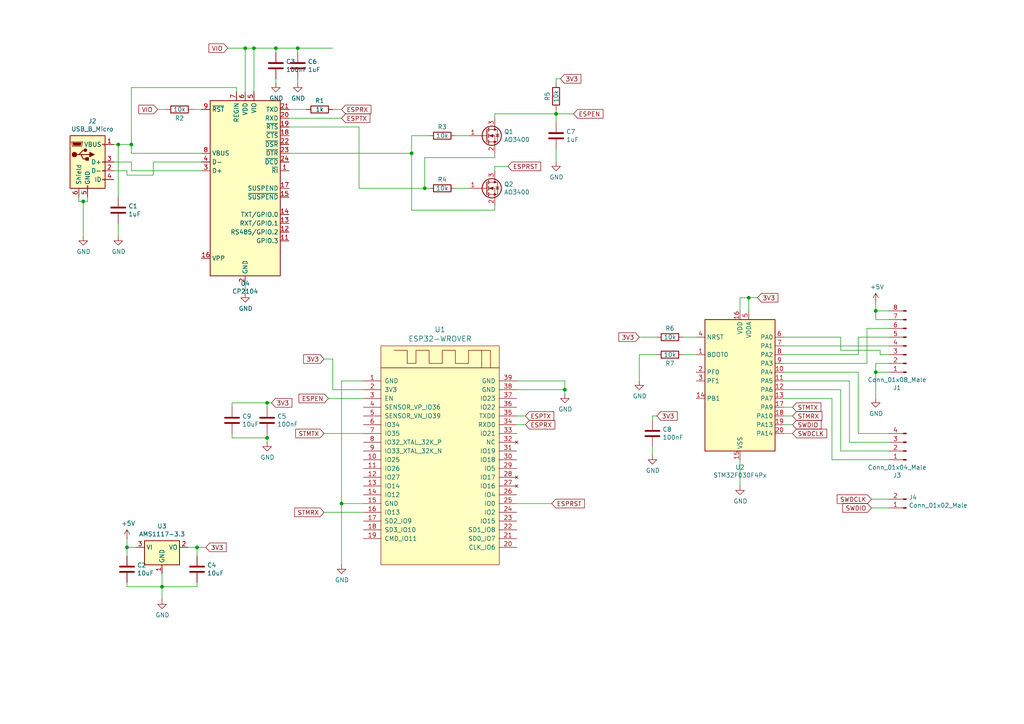
<source format=kicad_sch>
(kicad_sch (version 20250114) (generator "eeschema") (generator_version "9.0")
  (paper "A4")
  (lib_symbols
    (symbol "Connector:Conn_01x02_Pin" (pin_names (offset 1.016) (hide yes))
      (property "Reference" "J" (at 0 2.54 0))
      (property "Value" "Conn_01x02_Pin" (at 0 -5.08 0))
      (symbol "Conn_01x02_Pin_1_1"
        (rectangle (start 0.8636 0.127) (end 0 -0.127) (stroke (width 0.1524)) (fill (type outline)))
        (rectangle (start 0.8636 -2.413) (end 0 -2.667) (stroke (width 0.1524)) (fill (type outline)))
        (polyline (pts (xy 1.27 0) (xy 0.8636 0)) (stroke (width 0.1524)))
        (polyline (pts (xy 1.27 -2.54) (xy 0.8636 -2.54)) (stroke (width 0.1524)))
        (pin passive line (at 5.08 0 180) (length 3.81) (name "Pin_1") (number "1"))
        (pin passive line (at 5.08 -2.54 180) (length 3.81) (name "Pin_2") (number "2"))
      )
    )
    (symbol "Connector:Conn_01x04_Pin" (pin_names (offset 1.016) (hide yes))
      (property "Reference" "J" (at 0 5.08 0))
      (property "Value" "Conn_01x04_Pin" (at 0 -7.62 0))
      (symbol "Conn_01x04_Pin_1_1"
        (rectangle (start 0.8636 2.667) (end 0 2.413) (stroke (width 0.1524)) (fill (type outline)))
        (rectangle (start 0.8636 0.127) (end 0 -0.127) (stroke (width 0.1524)) (fill (type outline)))
        (rectangle (start 0.8636 -2.413) (end 0 -2.667) (stroke (width 0.1524)) (fill (type outline)))
        (rectangle (start 0.8636 -4.953) (end 0 -5.207) (stroke (width 0.1524)) (fill (type outline)))
        (polyline (pts (xy 1.27 2.54) (xy 0.8636 2.54)) (stroke (width 0.1524)))
        (polyline (pts (xy 1.27 0) (xy 0.8636 0)) (stroke (width 0.1524)))
        (polyline (pts (xy 1.27 -2.54) (xy 0.8636 -2.54)) (stroke (width 0.1524)))
        (polyline (pts (xy 1.27 -5.08) (xy 0.8636 -5.08)) (stroke (width 0.1524)))
        (pin passive line (at 5.08 2.54 180) (length 3.81) (name "Pin_1") (number "1"))
        (pin passive line (at 5.08 0 180) (length 3.81) (name "Pin_2") (number "2"))
        (pin passive line (at 5.08 -2.54 180) (length 3.81) (name "Pin_3") (number "3"))
        (pin passive line (at 5.08 -5.08 180) (length 3.81) (name "Pin_4") (number "4"))
      )
    )
    (symbol "Connector:Conn_01x08_Pin" (pin_names (offset 1.016) (hide yes))
      (property "Reference" "J" (at 0 10.16 0))
      (property "Value" "Conn_01x08_Pin" (at 0 -12.7 0))
      (symbol "Conn_01x08_Pin_1_1"
        (rectangle (start 0.8636 7.747) (end 0 7.493) (stroke (width 0.1524)) (fill (type outline)))
        (rectangle (start 0.8636 5.207) (end 0 4.953) (stroke (width 0.1524)) (fill (type outline)))
        (rectangle (start 0.8636 2.667) (end 0 2.413) (stroke (width 0.1524)) (fill (type outline)))
        (rectangle (start 0.8636 0.127) (end 0 -0.127) (stroke (width 0.1524)) (fill (type outline)))
        (rectangle (start 0.8636 -2.413) (end 0 -2.667) (stroke (width 0.1524)) (fill (type outline)))
        (rectangle (start 0.8636 -4.953) (end 0 -5.207) (stroke (width 0.1524)) (fill (type outline)))
        (rectangle (start 0.8636 -7.493) (end 0 -7.747) (stroke (width 0.1524)) (fill (type outline)))
        (rectangle (start 0.8636 -10.033) (end 0 -10.287) (stroke (width 0.1524)) (fill (type outline)))
        (polyline (pts (xy 1.27 7.62) (xy 0.8636 7.62)) (stroke (width 0.1524)))
        (polyline (pts (xy 1.27 5.08) (xy 0.8636 5.08)) (stroke (width 0.1524)))
        (polyline (pts (xy 1.27 2.54) (xy 0.8636 2.54)) (stroke (width 0.1524)))
        (polyline (pts (xy 1.27 0) (xy 0.8636 0)) (stroke (width 0.1524)))
        (polyline (pts (xy 1.27 -2.54) (xy 0.8636 -2.54)) (stroke (width 0.1524)))
        (polyline (pts (xy 1.27 -5.08) (xy 0.8636 -5.08)) (stroke (width 0.1524)))
        (polyline (pts (xy 1.27 -7.62) (xy 0.8636 -7.62)) (stroke (width 0.1524)))
        (polyline (pts (xy 1.27 -10.16) (xy 0.8636 -10.16)) (stroke (width 0.1524)))
        (pin passive line (at 5.08 7.62 180) (length 3.81) (name "Pin_1") (number "1"))
        (pin passive line (at 5.08 5.08 180) (length 3.81) (name "Pin_2") (number "2"))
        (pin passive line (at 5.08 2.54 180) (length 3.81) (name "Pin_3") (number "3"))
        (pin passive line (at 5.08 0 180) (length 3.81) (name "Pin_4") (number "4"))
        (pin passive line (at 5.08 -2.54 180) (length 3.81) (name "Pin_5") (number "5"))
        (pin passive line (at 5.08 -5.08 180) (length 3.81) (name "Pin_6") (number "6"))
        (pin passive line (at 5.08 -7.62 180) (length 3.81) (name "Pin_7") (number "7"))
        (pin passive line (at 5.08 -10.16 180) (length 3.81) (name "Pin_8") (number "8"))
      )
    )
    (symbol "Connector:USB_B_Micro" (pin_names (offset 1.016))
      (property "Reference" "J" (at -5.08 11.43 0))
      (property "Value" "USB_B_Micro" (at -5.08 8.89 0))
      (symbol "USB_B_Micro_0_1"
        (rectangle (start -5.08 -7.62) (end 5.08 7.62) (stroke (width 0.254)) (fill (type background)))
        (polyline (pts (xy -4.699 5.842) (xy -4.699 5.588) (xy -4.445 4.826) (xy -4.445 4.572) (xy -1.651 4.572) (xy -1.651 4.826) (xy -1.397 5.588) (xy -1.397 5.842) (xy -4.699 5.842)))
        (polyline (pts (xy -4.318 5.588) (xy -1.778 5.588) (xy -2.032 4.826) (xy -4.064 4.826) (xy -4.318 5.588)) (fill (type outline)))
        (circle (center -3.81 2.159) (radius 0.635) (stroke (width 0.254)) (fill (type outline)))
        (polyline (pts (xy -3.175 2.159) (xy -2.54 2.159) (xy -1.27 3.429) (xy -0.635 3.429)) (stroke (width 0.254)))
        (polyline (pts (xy -2.54 2.159) (xy -1.905 2.159) (xy -1.27 0.889) (xy 0 0.889)) (stroke (width 0.254)))
        (polyline (pts (xy -1.905 2.159) (xy 0.635 2.159)) (stroke (width 0.254)))
        (circle (center -0.635 3.429) (radius 0.381) (stroke (width 0.254)) (fill (type outline)))
        (rectangle (start -0.127 -7.62) (end 0.127 -6.858))
        (rectangle (start 0.254 1.27) (end -0.508 0.508) (stroke (width 0.254)) (fill (type outline)))
        (polyline (pts (xy 0.635 2.794) (xy 0.635 1.524) (xy 1.905 2.159) (xy 0.635 2.794)) (stroke (width 0.254)) (fill (type outline)))
        (rectangle (start 5.08 4.953) (end 4.318 5.207))
        (rectangle (start 5.08 -0.127) (end 4.318 0.127))
        (rectangle (start 5.08 -2.667) (end 4.318 -2.413))
        (rectangle (start 5.08 -5.207) (end 4.318 -4.953))
      )
      (symbol "USB_B_Micro_1_1"
        (pin passive line (at -2.54 -10.16 90) (length 2.54) (name "Shield") (number "6"))
        (pin power_out line (at 0 -10.16 90) (length 2.54) (name "GND") (number "5"))
        (pin power_out line (at 7.62 5.08 180) (length 2.54) (name "VBUS") (number "1"))
        (pin bidirectional line (at 7.62 0 180) (length 2.54) (name "D+") (number "3"))
        (pin bidirectional line (at 7.62 -2.54 180) (length 2.54) (name "D-") (number "2"))
        (pin passive line (at 7.62 -5.08 180) (length 2.54) (name "ID") (number "4"))
      )
    )
    (symbol "Device:C" (pin_numbers (hide yes)) (pin_names (offset 0.254))
      (property "Reference" "C" (at 0.635 2.54 0))
      (property "Value" "C" (at 0.635 -2.54 0))
      (symbol "C_0_1"
        (polyline (pts (xy -2.032 0.762) (xy 2.032 0.762)) (stroke (width 0.508)))
        (polyline (pts (xy -2.032 -0.762) (xy 2.032 -0.762)) (stroke (width 0.508)))
      )
      (symbol "C_1_1"
        (pin passive line (at 0 3.81 270) (length 2.794) (name "~") (number "1"))
        (pin passive line (at 0 -3.81 90) (length 2.794) (name "~") (number "2"))
      )
    )
    (symbol "Device:R" (pin_numbers (hide yes)) (pin_names (offset 0))
      (property "Reference" "R" (at 2.032 0 90))
      (property "Value" "R" (at 0 0 90))
      (symbol "R_0_1"
        (rectangle (start -1.016 -2.54) (end 1.016 2.54) (stroke (width 0.254)))
      )
      (symbol "R_1_1"
        (pin passive line (at 0 3.81 270) (length 1.27) (name "~") (number "1"))
        (pin passive line (at 0 -3.81 90) (length 1.27) (name "~") (number "2"))
      )
    )
    (symbol "Interface_USB:CP2104"
      (property "Reference" "U" (at -5.08 28.575 0))
      (property "Value" "CP2104" (at -5.08 26.67 0))
      (symbol "CP2104_1_1"
        (rectangle (start -10.16 25.4) (end 10.16 -25.4) (stroke (width 0.254)) (fill (type background)))
        (pin bidirectional line (at -12.7 22.86 0) (length 2.54) (name "~{RST}") (number "9"))
        (pin input line (at -12.7 10.16 0) (length 2.54) (name "VBUS") (number "8"))
        (pin bidirectional line (at -12.7 7.62 0) (length 2.54) (name "D-") (number "4"))
        (pin bidirectional line (at -12.7 5.08 0) (length 2.54) (name "D+") (number "3"))
        (pin passive line (at -12.7 -20.32 0) (length 2.54) (name "VPP") (number "16"))
        (pin power_in line (at -2.54 27.94 270) (length 2.54) (name "REGIN") (number "7"))
        (pin power_in line (at 0 27.94 270) (length 2.54) (name "VDD") (number "6"))
        (pin power_in line (at 0 -27.94 90) (length 2.54) (name "GND") (number "2"))
        (pin passive line (at 0 -27.94 90) (length 2.54) (hide yes) (name "GND") (number "25"))
        (pin power_in line (at 2.54 27.94 270) (length 2.54) (name "VIO") (number "5"))
        (pin no_connect line (at 10.16 -20.32 180) (length 2.54) (hide yes) (name "NC") (number "10"))
        (pin output line (at 12.7 22.86 180) (length 2.54) (name "TXD") (number "21"))
        (pin input line (at 12.7 20.32 180) (length 2.54) (name "RXD") (number "20"))
        (pin output line (at 12.7 17.78 180) (length 2.54) (name "~{RTS}") (number "19"))
        (pin input line (at 12.7 15.24 180) (length 2.54) (name "~{CTS}") (number "18"))
        (pin input line (at 12.7 12.7 180) (length 2.54) (name "~{DSR}") (number "22"))
        (pin output line (at 12.7 10.16 180) (length 2.54) (name "~{DTR}") (number "23"))
        (pin input line (at 12.7 7.62 180) (length 2.54) (name "~{DCD}") (number "24"))
        (pin input line (at 12.7 5.08 180) (length 2.54) (name "~{RI}") (number "1"))
        (pin output line (at 12.7 0 180) (length 2.54) (name "SUSPEND") (number "17"))
        (pin output line (at 12.7 -2.54 180) (length 2.54) (name "~{SUSPEND}") (number "15"))
        (pin bidirectional line (at 12.7 -7.62 180) (length 2.54) (name "TXT/GPIO.0") (number "14"))
        (pin bidirectional line (at 12.7 -10.16 180) (length 2.54) (name "RXT/GPIO.1") (number "13"))
        (pin bidirectional line (at 12.7 -12.7 180) (length 2.54) (name "RS485/GPIO.2") (number "12"))
        (pin bidirectional line (at 12.7 -15.24 180) (length 2.54) (name "GPIO.3") (number "11"))
      )
    )
    (symbol "MCU_ST_STM32F0:STM32F030F4Px"
      (property "Reference" "U" (at -10.16 21.59 0))
      (property "Value" "STM32F030F4Px" (at 5.08 21.59 0))
      (symbol "STM32F030F4Px_0_1"
        (rectangle (start -10.16 -17.78) (end 10.16 20.32) (stroke (width 0.254)) (fill (type background)))
      )
      (symbol "STM32F030F4Px_1_1"
        (pin input line (at -12.7 15.24 0) (length 2.54) (name "NRST") (number "4"))
        (pin input line (at -12.7 10.16 0) (length 2.54) (name "BOOT0") (number "1"))
        (pin bidirectional line (at -12.7 5.08 0) (length 2.54) (name "PF0") (number "2"))
        (pin bidirectional line (at -12.7 2.54 0) (length 2.54) (name "PF1") (number "3"))
        (pin bidirectional line (at -12.7 -2.54 0) (length 2.54) (name "PB1") (number "14"))
        (pin power_in line (at 0 22.86 270) (length 2.54) (name "VDD") (number "16"))
        (pin power_in line (at 0 -20.32 90) (length 2.54) (name "VSS") (number "15"))
        (pin power_in line (at 2.54 22.86 270) (length 2.54) (name "VDDA") (number "5"))
        (pin bidirectional line (at 12.7 15.24 180) (length 2.54) (name "PA0") (number "6"))
        (pin bidirectional line (at 12.7 12.7 180) (length 2.54) (name "PA1") (number "7"))
        (pin bidirectional line (at 12.7 10.16 180) (length 2.54) (name "PA2") (number "8"))
        (pin bidirectional line (at 12.7 7.62 180) (length 2.54) (name "PA3") (number "9"))
        (pin bidirectional line (at 12.7 5.08 180) (length 2.54) (name "PA4") (number "10"))
        (pin bidirectional line (at 12.7 2.54 180) (length 2.54) (name "PA5") (number "11"))
        (pin bidirectional line (at 12.7 0 180) (length 2.54) (name "PA6") (number "12"))
        (pin bidirectional line (at 12.7 -2.54 180) (length 2.54) (name "PA7") (number "13"))
        (pin bidirectional line (at 12.7 -5.08 180) (length 2.54) (name "PA9") (number "17"))
        (pin bidirectional line (at 12.7 -7.62 180) (length 2.54) (name "PA10") (number "18"))
        (pin bidirectional line (at 12.7 -10.16 180) (length 2.54) (name "PA13") (number "19"))
        (pin bidirectional line (at 12.7 -12.7 180) (length 2.54) (name "PA14") (number "20"))
      )
    )
    (symbol "Regulator_Linear:AMS1117-3.3"
      (property "Reference" "U" (at -3.81 3.175 0))
      (property "Value" "AMS1117-3.3" (at 0 3.175 0))
      (symbol "AMS1117-3.3_0_1"
        (rectangle (start -5.08 -5.08) (end 5.08 1.905) (stroke (width 0.254)) (fill (type background)))
      )
      (symbol "AMS1117-3.3_1_1"
        (pin power_in line (at -7.62 0 0) (length 2.54) (name "VI") (number "3"))
        (pin power_in line (at 0 -7.62 90) (length 2.54) (name "GND") (number "1"))
        (pin power_out line (at 7.62 0 180) (length 2.54) (name "VO") (number "2"))
      )
    )
    (symbol "Transistor_FET:BSS138" (pin_names (hide yes))
      (property "Reference" "Q" (at 5.08 1.905 0))
      (property "Value" "BSS138" (at 5.08 0 0))
      (symbol "BSS138_0_1"
        (polyline (pts (xy 0.254 1.905) (xy 0.254 -1.905)) (stroke (width 0.254)))
        (polyline (pts (xy 0.254 0) (xy -2.54 0)))
        (polyline (pts (xy 0.762 2.286) (xy 0.762 1.27)) (stroke (width 0.254)))
        (polyline (pts (xy 0.762 0.508) (xy 0.762 -0.508)) (stroke (width 0.254)))
        (polyline (pts (xy 0.762 -1.27) (xy 0.762 -2.286)) (stroke (width 0.254)))
        (polyline (pts (xy 0.762 -1.778) (xy 3.302 -1.778) (xy 3.302 1.778) (xy 0.762 1.778)))
        (polyline (pts (xy 1.016 0) (xy 2.032 0.381) (xy 2.032 -0.381) (xy 1.016 0)) (fill (type outline)))
        (circle (center 1.651 0) (radius 2.794) (stroke (width 0.254)))
        (polyline (pts (xy 2.54 2.54) (xy 2.54 1.778)))
        (circle (center 2.54 1.778) (radius 0.254) (fill (type outline)))
        (circle (center 2.54 -1.778) (radius 0.254) (fill (type outline)))
        (polyline (pts (xy 2.54 -2.54) (xy 2.54 0) (xy 0.762 0)))
        (polyline (pts (xy 2.794 0.508) (xy 2.921 0.381) (xy 3.683 0.381) (xy 3.81 0.254)))
        (polyline (pts (xy 3.302 0.381) (xy 2.921 -0.254) (xy 3.683 -0.254) (xy 3.302 0.381)))
      )
      (symbol "BSS138_1_1"
        (pin input line (at -5.08 0 0) (length 2.54) (name "G") (number "1"))
        (pin passive line (at 2.54 5.08 270) (length 2.54) (name "D") (number "3"))
        (pin passive line (at 2.54 -5.08 90) (length 2.54) (name "S") (number "2"))
      )
    )
    (symbol "esp32-wrover:ESP32-WROVER" (pin_names (offset 1.016))
      (property "Reference" "U" (at -15.24 -33.02 0))
      (property "Value" "ESP32-WROVER" (at 6.35 -33.02 0))
      (symbol "ESP32-WROVER_0_1"
        (rectangle (start -17.78 29.21) (end 16.51 22.86) (fill (type background)))
        (rectangle (start -17.78 22.86) (end 16.51 -34.29) (fill (type background)))
        (polyline (pts (xy -13.97 27.94) (xy -10.16 27.94) (xy -10.16 24.13) (xy -7.62 24.13) (xy -7.62 27.94) (xy -3.81 27.94) (xy -3.81 24.13) (xy 0 24.13) (xy 0 27.94) (xy 3.81 27.94) (xy 3.81 24.13) (xy 7.62 24.13) (xy 7.62 27.94) (xy 11.43 27.94) (xy 11.43 22.86)))
        (polyline (pts (xy 11.43 27.94) (xy 13.97 27.94) (xy 13.97 22.86)))
      )
      (symbol "ESP32-WROVER_1_1"
        (pin power_in line (at -22.86 19.05 0) (length 5.08) (name "GND") (number "1"))
        (pin power_in line (at -22.86 16.51 0) (length 5.08) (name "3V3") (number "2"))
        (pin input line (at -22.86 13.97 0) (length 5.08) (name "EN") (number "3"))
        (pin input line (at -22.86 11.43 0) (length 5.08) (name "SENSOR_VP_IO36") (number "4"))
        (pin input line (at -22.86 8.89 0) (length 5.08) (name "SENSOR_VN_IO39") (number "5"))
        (pin input line (at -22.86 6.35 0) (length 5.08) (name "IO34") (number "6"))
        (pin input line (at -22.86 3.81 0) (length 5.08) (name "IO35") (number "7"))
        (pin bidirectional line (at -22.86 1.27 0) (length 5.08) (name "IO32_XTAL_32K_P") (number "8"))
        (pin bidirectional line (at -22.86 -1.27 0) (length 5.08) (name "IO33_XTAL_32K_N") (number "9"))
        (pin bidirectional line (at -22.86 -3.81 0) (length 5.08) (name "IO25") (number "10"))
        (pin bidirectional line (at -22.86 -6.35 0) (length 5.08) (name "IO26") (number "11"))
        (pin bidirectional line (at -22.86 -8.89 0) (length 5.08) (name "IO27") (number "12"))
        (pin bidirectional line (at -22.86 -11.43 0) (length 5.08) (name "IO14") (number "13"))
        (pin bidirectional line (at -22.86 -13.97 0) (length 5.08) (name "IO12") (number "14"))
        (pin power_in line (at -22.86 -16.51 0) (length 5.08) (name "GND") (number "15"))
        (pin bidirectional line (at -22.86 -19.05 0) (length 5.08) (name "IO13") (number "16"))
        (pin bidirectional line (at -22.86 -21.59 0) (length 5.08) (name "SD2_IO9") (number "17"))
        (pin bidirectional line (at -22.86 -24.13 0) (length 5.08) (name "SD3_IO10") (number "18"))
        (pin bidirectional line (at -22.86 -26.67 0) (length 5.08) (name "CMD_IO11") (number "19"))
        (pin power_in line (at 21.59 19.05 180) (length 5.08) (name "GND") (number "39"))
        (pin power_in line (at 21.59 16.51 180) (length 5.08) (name "GND") (number "38"))
        (pin bidirectional line (at 21.59 13.97 180) (length 5.08) (name "IO23") (number "37"))
        (pin bidirectional line (at 21.59 11.43 180) (length 5.08) (name "IO22") (number "36"))
        (pin output line (at 21.59 8.89 180) (length 5.08) (name "TXD0") (number "35"))
        (pin input line (at 21.59 6.35 180) (length 5.08) (name "RXD0") (number "34"))
        (pin bidirectional line (at 21.59 3.81 180) (length 5.08) (name "IO21") (number "33"))
        (pin no_connect line (at 21.59 1.27 180) (length 5.08) (name "NC") (number "32"))
        (pin bidirectional line (at 21.59 -1.27 180) (length 5.08) (name "IO19") (number "31"))
        (pin bidirectional line (at 21.59 -3.81 180) (length 5.08) (name "IO18") (number "30"))
        (pin bidirectional line (at 21.59 -6.35 180) (length 5.08) (name "IO5") (number "29"))
        (pin no_connect line (at 21.59 -8.89 180) (length 5.08) (name "IO17") (number "28"))
        (pin no_connect line (at 21.59 -11.43 180) (length 5.08) (name "IO16") (number "27"))
        (pin bidirectional line (at 21.59 -13.97 180) (length 5.08) (name "IO4") (number "26"))
        (pin bidirectional line (at 21.59 -16.51 180) (length 5.08) (name "IO0") (number "25"))
        (pin bidirectional line (at 21.59 -19.05 180) (length 5.08) (name "IO2") (number "24"))
        (pin bidirectional line (at 21.59 -21.59 180) (length 5.08) (name "IO15") (number "23"))
        (pin bidirectional line (at 21.59 -24.13 180) (length 5.08) (name "SD1_IO8") (number "22"))
        (pin bidirectional line (at 21.59 -26.67 180) (length 5.08) (name "SD0_IO7") (number "21"))
        (pin bidirectional line (at 21.59 -29.21 180) (length 5.08) (name "CLK_IO6") (number "20"))
      )
    )
    (symbol "power:+5V" (power) (pin_numbers (hide yes)) (pin_names (offset 0) (hide yes))
      (property "Value" "+5V" (at 0 3.556 0))
      (symbol "+5V_0_1"
        (polyline (pts (xy -0.762 1.27) (xy 0 2.54)))
        (polyline (pts (xy 0 2.54) (xy 0.762 1.27)))
        (polyline (pts (xy 0 0) (xy 0 2.54)))
      )
      (symbol "+5V_1_1"
        (pin power_in line (at 0 0 90) (length 0) (name "~") (number "1"))
      )
    )
    (symbol "power:GND" (power) (pin_numbers (hide yes)) (pin_names (offset 0) (hide yes))
      (property "Value" "GND" (at 0 -3.81 0))
      (symbol "GND_0_1"
        (polyline (pts (xy 0 0) (xy 0 -1.27) (xy 1.27 -1.27) (xy 0 -2.54) (xy -1.27 -1.27) (xy 0 -1.27)))
      )
      (symbol "GND_1_1"
        (pin power_in line (at 0 0 270) (length 0) (name "~") (number "1"))
      )
    )
  )
  (junction (at 73.66 13.97))
  (junction (at 86.36 13.97))
  (junction (at 217.17 86.36))
  (junction (at 77.47 127))
  (junction (at 163.83 113.03))
  (junction (at 99.06 146.05))
  (junction (at 57.15 158.75))
  (junction (at 119.38 44.45))
  (junction (at 254 107.95))
  (junction (at 77.47 116.84))
  (junction (at 24.13 58.42))
  (junction (at 36.83 158.75))
  (junction (at 254 90.17))
  (junction (at 80.01 13.97))
  (junction (at 34.29 41.91))
  (junction (at 71.12 13.97))
  (junction (at 38.1 41.91))
  (junction (at 46.99 170.18))
  (junction (at 123.19 54.61))
  (junction (at 161.29 33.02))
  (wire (pts (xy 241.3 133.35) (xy 257.81 133.35)))
  (wire (pts (xy 190.5 102.87) (xy 185.42 102.87)))
  (wire (pts (xy 48.26 31.75) (xy 45.72 31.75)))
  (wire (pts (xy 254 115.57) (xy 254 107.95)))
  (wire (pts (xy 163.83 113.03) (xy 163.83 114.3)))
  (wire (pts (xy 189.23 129.54) (xy 189.23 132.08)))
  (wire (pts (xy 71.12 82.55) (xy 71.12 85.09)))
  (wire (pts (xy 54.61 158.75) (xy 57.15 158.75)))
  (wire (pts (xy 88.9 31.75) (xy 83.82 31.75)))
  (wire (pts (xy 185.42 110.49) (xy 185.42 102.87)))
  (wire (pts (xy 255.27 102.87) (xy 257.81 102.87)))
  (wire (pts (xy 229.87 120.65) (xy 227.33 120.65)))
  (wire (pts (xy 190.5 97.79) (xy 185.42 97.79)))
  (wire (pts (xy 163.83 110.49) (xy 163.83 113.03)))
  (wire (pts (xy 46.99 173.99) (xy 46.99 170.18)))
  (wire (pts (xy 149.86 113.03) (xy 163.83 113.03)))
  (bus (pts (xy -31.75 -25.4) (xy -29.21 -22.86)))
  (wire (pts (xy 254 107.95) (xy 257.81 107.95)))
  (wire (pts (xy 36.83 170.18) (xy 36.83 168.91)))
  (wire (pts (xy 57.15 158.75) (xy 57.15 161.29)))
  (wire (pts (xy 123.19 54.61) (xy 124.46 54.61)))
  (wire (pts (xy 68.58 26.67) (xy 68.58 25.4)))
  (wire (pts (xy 44.45 46.99) (xy 58.42 46.99)))
  (wire (pts (xy 83.82 34.29) (xy 99.06 34.29)))
  (wire (pts (xy 254 107.95) (xy 254 105.41)))
  (wire (pts (xy 68.58 25.4) (xy 38.1 25.4)))
  (wire (pts (xy 55.88 31.75) (xy 58.42 31.75)))
  (wire (pts (xy 229.87 125.73) (xy 227.33 125.73)))
  (wire (pts (xy 93.98 125.73) (xy 105.41 125.73)))
  (wire (pts (xy 105.41 146.05) (xy 99.06 146.05)))
  (wire (pts (xy 227.33 113.03) (xy 243.84 113.03)))
  (wire (pts (xy 57.15 168.91) (xy 57.15 170.18)))
  (wire (pts (xy 190.5 120.65) (xy 189.23 120.65)))
  (wire (pts (xy 66.04 13.97) (xy 71.12 13.97)))
  (wire (pts (xy 254 105.41) (xy 257.81 105.41)))
  (wire (pts (xy 248.92 107.95) (xy 248.92 125.73)))
  (wire (pts (xy 38.1 46.99) (xy 33.02 46.99)))
  (wire (pts (xy 243.84 113.03) (xy 243.84 130.81)))
  (wire (pts (xy 252.73 147.32) (xy 257.81 147.32)))
  (wire (pts (xy 38.1 44.45) (xy 58.42 44.45)))
  (wire (pts (xy 22.86 58.42) (xy 24.13 58.42)))
  (wire (pts (xy 78.74 116.84) (xy 77.47 116.84)))
  (wire (pts (xy 243.84 97.79) (xy 243.84 101.6)))
  (wire (pts (xy 248.92 102.87) (xy 248.92 97.79)))
  (wire (pts (xy 36.83 158.75) (xy 36.83 161.29)))
  (wire (pts (xy 77.47 116.84) (xy 77.47 118.11)))
  (wire (pts (xy 86.36 13.97) (xy 96.52 13.97)))
  (wire (pts (xy 71.12 13.97) (xy 71.12 26.67)))
  (wire (pts (xy 123.19 54.61) (xy 123.19 45.72)))
  (wire (pts (xy 80.01 13.97) (xy 80.01 15.24)))
  (wire (pts (xy 38.1 41.91) (xy 38.1 44.45)))
  (wire (pts (xy 119.38 39.37) (xy 119.38 44.45)))
  (wire (pts (xy 38.1 49.53) (xy 58.42 49.53)))
  (wire (pts (xy 36.83 156.21) (xy 36.83 158.75)))
  (wire (pts (xy 254 90.17) (xy 257.81 90.17)))
  (wire (pts (xy 227.33 107.95) (xy 248.92 107.95)))
  (wire (pts (xy 251.46 95.25) (xy 257.81 95.25)))
  (wire (pts (xy 143.51 49.53) (xy 143.51 48.26)))
  (wire (pts (xy 248.92 97.79) (xy 257.81 97.79)))
  (wire (pts (xy 33.02 49.53) (xy 36.83 49.53)))
  (wire (pts (xy 227.33 102.87) (xy 248.92 102.87)))
  (wire (pts (xy 149.86 110.49) (xy 163.83 110.49)))
  (wire (pts (xy 132.08 54.61) (xy 135.89 54.61)))
  (wire (pts (xy 46.99 170.18) (xy 46.99 166.37)))
  (wire (pts (xy 71.12 13.97) (xy 73.66 13.97)))
  (wire (pts (xy 77.47 125.73) (xy 77.47 127)))
  (wire (pts (xy 93.98 148.59) (xy 105.41 148.59)))
  (wire (pts (xy 73.66 13.97) (xy 73.66 26.67)))
  (wire (pts (xy 77.47 127) (xy 77.47 128.27)))
  (wire (pts (xy 96.52 104.14) (xy 96.52 113.03)))
  (wire (pts (xy 241.3 115.57) (xy 241.3 133.35)))
  (wire (pts (xy 251.46 105.41) (xy 251.46 95.25)))
  (wire (pts (xy 36.83 49.53) (xy 36.83 50.8)))
  (wire (pts (xy 198.12 97.79) (xy 201.93 97.79)))
  (wire (pts (xy 217.17 90.17) (xy 217.17 86.36)))
  (wire (pts (xy 105.41 110.49) (xy 99.06 110.49)))
  (wire (pts (xy 39.37 158.75) (xy 36.83 158.75)))
  (wire (pts (xy 73.66 13.97) (xy 80.01 13.97)))
  (wire (pts (xy 229.87 118.11) (xy 227.33 118.11)))
  (wire (pts (xy 44.45 50.8) (xy 44.45 46.99)))
  (wire (pts (xy 143.51 60.96) (xy 143.51 59.69)))
  (wire (pts (xy 67.31 125.73) (xy 67.31 127)))
  (wire (pts (xy 38.1 25.4) (xy 38.1 41.91)))
  (wire (pts (xy 143.51 34.29) (xy 143.51 33.02)))
  (wire (pts (xy 77.47 116.84) (xy 67.31 116.84)))
  (wire (pts (xy 254 92.71) (xy 257.81 92.71)))
  (wire (pts (xy 93.98 104.14) (xy 96.52 104.14)))
  (wire (pts (xy 166.37 33.02) (xy 161.29 33.02)))
  (wire (pts (xy 254 90.17) (xy 254 92.71)))
  (wire (pts (xy 119.38 60.96) (xy 143.51 60.96)))
  (wire (pts (xy 105.41 115.57) (xy 95.25 115.57)))
  (wire (pts (xy 227.33 97.79) (xy 243.84 97.79)))
  (wire (pts (xy 152.4 120.65) (xy 149.86 120.65)))
  (wire (pts (xy 67.31 116.84) (xy 67.31 118.11)))
  (wire (pts (xy 217.17 86.36) (xy 214.63 86.36)))
  (wire (pts (xy 86.36 13.97) (xy 86.36 15.24)))
  (wire (pts (xy 252.73 144.78) (xy 257.81 144.78)))
  (wire (pts (xy 161.29 35.56) (xy 161.29 33.02)))
  (wire (pts (xy 243.84 101.6) (xy 255.27 101.6)))
  (wire (pts (xy 243.84 130.81) (xy 257.81 130.81)))
  (wire (pts (xy 119.38 39.37) (xy 124.46 39.37)))
  (wire (pts (xy 149.86 146.05) (xy 160.02 146.05)))
  (wire (pts (xy 119.38 44.45) (xy 119.38 60.96)))
  (wire (pts (xy 96.52 113.03) (xy 105.41 113.03)))
  (wire (pts (xy 104.14 36.83) (xy 104.14 54.61)))
  (wire (pts (xy 38.1 49.53) (xy 38.1 46.99)))
  (wire (pts (xy 227.33 105.41) (xy 251.46 105.41)))
  (wire (pts (xy 219.71 86.36) (xy 217.17 86.36)))
  (wire (pts (xy 34.29 64.77) (xy 34.29 68.58)))
  (wire (pts (xy 25.4 58.42) (xy 25.4 57.15)))
  (wire (pts (xy 99.06 110.49) (xy 99.06 146.05)))
  (wire (pts (xy 248.92 125.73) (xy 257.81 125.73)))
  (wire (pts (xy 246.38 128.27) (xy 257.81 128.27)))
  (wire (pts (xy 201.93 102.87) (xy 198.12 102.87)))
  (wire (pts (xy 24.13 58.42) (xy 24.13 68.58)))
  (wire (pts (xy 33.02 41.91) (xy 34.29 41.91)))
  (wire (pts (xy 96.52 31.75) (xy 99.06 31.75)))
  (wire (pts (xy 227.33 110.49) (xy 246.38 110.49)))
  (wire (pts (xy 83.82 44.45) (xy 119.38 44.45)))
  (wire (pts (xy 57.15 170.18) (xy 46.99 170.18)))
  (wire (pts (xy 214.63 140.97) (xy 214.63 133.35)))
  (wire (pts (xy 80.01 13.97) (xy 86.36 13.97)))
  (wire (pts (xy 132.08 39.37) (xy 135.89 39.37)))
  (wire (pts (xy 147.32 48.26) (xy 143.51 48.26)))
  (wire (pts (xy 189.23 120.65) (xy 189.23 121.92)))
  (wire (pts (xy 161.29 33.02) (xy 143.51 33.02)))
  (wire (pts (xy 143.51 45.72) (xy 143.51 44.45)))
  (wire (pts (xy 162.56 22.86) (xy 161.29 22.86)))
  (wire (pts (xy 161.29 43.18) (xy 161.29 46.99)))
  (wire (pts (xy 254 87.63) (xy 254 90.17)))
  (wire (pts (xy 24.13 58.42) (xy 25.4 58.42)))
  (wire (pts (xy 152.4 123.19) (xy 149.86 123.19)))
  (wire (pts (xy 67.31 127) (xy 77.47 127)))
  (wire (pts (xy 123.19 45.72) (xy 143.51 45.72)))
  (wire (pts (xy 227.33 115.57) (xy 241.3 115.57)))
  (wire (pts (xy 161.29 31.75) (xy 161.29 33.02)))
  (wire (pts (xy 80.01 22.86) (xy 80.01 24.13)))
  (wire (pts (xy 34.29 41.91) (xy 34.29 57.15)))
  (wire (pts (xy 227.33 100.33) (xy 257.81 100.33)))
  (wire (pts (xy 83.82 36.83) (xy 104.14 36.83)))
  (wire (pts (xy 214.63 86.36) (xy 214.63 90.17)))
  (wire (pts (xy 36.83 50.8) (xy 44.45 50.8)))
  (wire (pts (xy 246.38 110.49) (xy 246.38 128.27)))
  (wire (pts (xy 255.27 101.6) (xy 255.27 102.87)))
  (wire (pts (xy 34.29 41.91) (xy 38.1 41.91)))
  (wire (pts (xy 59.69 158.75) (xy 57.15 158.75)))
  (wire (pts (xy 104.14 54.61) (xy 123.19 54.61)))
  (wire (pts (xy 99.06 146.05) (xy 99.06 163.83)))
  (wire (pts (xy 229.87 123.19) (xy 227.33 123.19)))
  (wire (pts (xy 22.86 57.15) (xy 22.86 58.42)))
  (wire (pts (xy 46.99 170.18) (xy 36.83 170.18)))
  (wire (pts (xy 161.29 22.86) (xy 161.29 24.13)))
  (wire (pts (xy 86.36 22.86) (xy 86.36 24.13)))
  (global_label "STMTX" (shape input) (at 229.87 118.11 0) (property "Intersheetrefs" "${INTERSHEET_REFS}" (effects (hide yes))))
  (global_label "SWDCLK" (shape input) (at 229.87 125.73 0) (property "Intersheetrefs" "${INTERSHEET_REFS}" (effects (hide yes))))
  (global_label "VIO" (shape input) (at 66.04 13.97 180) (property "Intersheetrefs" "${INTERSHEET_REFS}" (effects (hide yes))))
  (global_label "STMRX" (shape input) (at 93.98 148.59 180) (property "Intersheetrefs" "${INTERSHEET_REFS}" (effects (hide yes))))
  (global_label "SWDCLK" (shape input) (at 252.73 144.78 180) (property "Intersheetrefs" "${INTERSHEET_REFS}" (effects (hide yes))))
  (global_label "3V3" (shape input) (at 59.69 158.75 0) (property "Intersheetrefs" "${INTERSHEET_REFS}" (effects (hide yes))))
  (global_label "ESPRX" (shape input) (at 152.4 123.19 0) (property "Intersheetrefs" "${INTERSHEET_REFS}" (effects (hide yes))))
  (global_label "ESPTX" (shape input) (at 99.06 34.29 0) (property "Intersheetrefs" "${INTERSHEET_REFS}" (effects (hide yes))))
  (global_label "STMTX" (shape input) (at 93.98 125.73 180) (property "Intersheetrefs" "${INTERSHEET_REFS}" (effects (hide yes))))
  (global_label "ESPRST" (shape input) (at 147.32 48.26 0) (property "Intersheetrefs" "${INTERSHEET_REFS}" (effects (hide yes))))
  (global_label "3V3" (shape input) (at 78.74 116.84 0) (property "Intersheetrefs" "${INTERSHEET_REFS}" (effects (hide yes))))
  (global_label "3V3" (shape input) (at 190.5 120.65 0) (property "Intersheetrefs" "${INTERSHEET_REFS}" (effects (hide yes))))
  (global_label "ESPRX" (shape input) (at 99.06 31.75 0) (property "Intersheetrefs" "${INTERSHEET_REFS}" (effects (hide yes))))
  (global_label "3V3" (shape input) (at 162.56 22.86 0) (property "Intersheetrefs" "${INTERSHEET_REFS}" (effects (hide yes))))
  (global_label "SWDIO" (shape input) (at 252.73 147.32 180) (property "Intersheetrefs" "${INTERSHEET_REFS}" (effects (hide yes))))
  (global_label "3V3" (shape input) (at 93.98 104.14 180) (property "Intersheetrefs" "${INTERSHEET_REFS}" (effects (hide yes))))
  (global_label "3V3" (shape input) (at 185.42 97.79 180) (property "Intersheetrefs" "${INTERSHEET_REFS}" (effects (hide yes))))
  (global_label "STMRX" (shape input) (at 229.87 120.65 0) (property "Intersheetrefs" "${INTERSHEET_REFS}" (effects (hide yes))))
  (global_label "3V3" (shape input) (at 219.71 86.36 0) (property "Intersheetrefs" "${INTERSHEET_REFS}" (effects (hide yes))))
  (global_label "SWDIO" (shape input) (at 229.87 123.19 0) (property "Intersheetrefs" "${INTERSHEET_REFS}" (effects (hide yes))))
  (global_label "ESPEN" (shape input) (at 95.25 115.57 180) (property "Intersheetrefs" "${INTERSHEET_REFS}" (effects (hide yes))))
  (global_label "ESPRST" (shape input) (at 160.02 146.05 0) (property "Intersheetrefs" "${INTERSHEET_REFS}" (effects (hide yes))))
  (global_label "VIO" (shape input) (at 45.72 31.75 180) (property "Intersheetrefs" "${INTERSHEET_REFS}" (effects (hide yes))))
  (global_label "ESPTX" (shape input) (at 152.4 120.65 0) (property "Intersheetrefs" "${INTERSHEET_REFS}" (effects (hide yes))))
  (global_label "ESPEN" (shape input) (at 166.37 33.02 0) (property "Intersheetrefs" "${INTERSHEET_REFS}" (effects (hide yes))))
  (symbol (lib_id "esp32-wrover:ESP32-WROVER") (at 128.27 129.54 0) (unit 1)
    (property "Reference" "U1" (at 127.635 95.5802 0) (effects (font (size 1.524 1.524))))
    (property "Value" "ESP32-WROVER" (at 127.635 98.2726 0) (effects (font (size 1.524 1.524))))
    (property "Footprint" "esp32-wrover:XCVR_ESP32-WROVER" (effects (hide yes)))
  )
  (symbol (lib_id "MCU_ST_STM32F0:STM32F030F4Px") (at 214.63 113.03 0) (unit 1)
    (property "Reference" "U2" (at 214.63 135.5344 0))
    (property "Value" "STM32F030F4Px" (at 214.63 137.8458 0))
    (property "Footprint" "Package_SO:TSSOP-20_4.4x6.5mm_P0.65mm" (effects (hide yes)))
    (property "Datasheet" "http://www.st.com/st-web-ui/static/active/en/resource/technical/document/datasheet/DM00088500.pdf" (effects (hide yes)))
    (property "LCSC" "C89040" (effects (hide yes)))
  )
  (symbol (lib_id "Regulator_Linear:AMS1117-3.3") (at 46.99 158.75 0) (unit 1)
    (property "Reference" "U3" (at 46.99 152.6032 0))
    (property "Value" "AMS1117-3.3" (at 46.99 154.9146 0))
    (property "Footprint" "Package_TO_SOT_SMD:SOT-223-3_TabPin2" (effects (hide yes)))
    (property "Datasheet" "http://www.advanced-monolithic.com/pdf/ds1117.pdf" (effects (hide yes)))
    (property "LCSC" "C6186" (effects (hide yes)))
  )
  (symbol (lib_id "Interface_USB:CP2104") (at 71.12 54.61 0) (unit 1)
    (property "Reference" "U4" (at 71.12 82.1944 0))
    (property "Value" "CP2104" (at 71.12 84.5058 0))
    (property "Footprint" "Package_DFN_QFN:QFN-24-1EP_4x4mm_P0.5mm_EP2.6x2.6mm" (effects (hide yes)))
    (property "Datasheet" "https://www.silabs.com/Support%20Documents/TechnicalDocs/cp2104.pdf" (effects (hide yes)))
    (property "LCSC" "C47742" (effects (hide yes)))
  )
  (symbol (lib_id "Connector:Conn_01x08_Pin") (at 262.89 100.33 180) (unit 1)
    (property "Reference" "J1" (at 260.1976 112.4712 0))
    (property "Value" "Conn_01x08_Male" (at 260.1976 110.1598 0))
    (property "Footprint" "Connector_PinHeader_2.54mm:PinHeader_1x08_P2.54mm_Vertical" (effects (hide yes)))
    (property "Description" "Generic connector, single row, 01x08, script generated" (effects (hide yes)))
  )
  (symbol (lib_id "Connector:Conn_01x04_Pin") (at 262.89 130.81 180) (unit 1)
    (property "Reference" "J3" (at 260.1976 137.8712 0))
    (property "Value" "Conn_01x04_Male" (at 260.1976 135.5598 0))
    (property "Footprint" "Connector_PinHeader_2.54mm:PinHeader_1x04_P2.54mm_Vertical" (effects (hide yes)))
    (property "Description" "Generic connector, single row, 01x04, script generated" (effects (hide yes)))
  )
  (symbol (lib_id "power:GND") (at 254 115.57 0) (unit 1)
    (property "Reference" "#PWR0101" (effects (hide yes)))
    (property "Value" "GND" (at 254.127 119.9642 0))
  )
  (symbol (lib_id "power:+5V") (at 254 87.63 0) (unit 1)
    (property "Reference" "#PWR0102" (effects (hide yes)))
    (property "Value" "+5V" (at 254.381 83.2358 0))
  )
  (symbol (lib_id "power:GND") (at 214.63 140.97 0) (unit 1)
    (property "Reference" "#PWR0103" (effects (hide yes)))
    (property "Value" "GND" (at 214.757 145.3642 0))
  )
  (symbol (lib_id "Device:C") (at 57.15 165.1 0) (unit 1)
    (property "Reference" "C4" (at 60.071 163.9316 0) (effects (justify left)))
    (property "Value" "10uF" (at 60.071 166.243 0) (effects (justify left)))
    (property "Footprint" "esp32-wrover:C_0603_1608Metric" (effects (hide yes)))
    (property "LCSC" "C15850" (effects (hide yes)))
  )
  (symbol (lib_id "Device:C") (at 36.83 165.1 0) (unit 1)
    (property "Reference" "C2" (at 39.751 163.9316 0) (effects (justify left)))
    (property "Value" "10uF" (at 39.751 166.243 0) (effects (justify left)))
    (property "Footprint" "esp32-wrover:C_0603_1608Metric" (effects (hide yes)))
    (property "LCSC" "C15850" (effects (hide yes)))
  )
  (symbol (lib_id "power:GND") (at 46.99 173.99 0) (unit 1)
    (property "Reference" "#PWR0104" (effects (hide yes)))
    (property "Value" "GND" (at 47.117 178.3842 0))
  )
  (symbol (lib_id "power:+5V") (at 36.83 156.21 0) (unit 1)
    (property "Reference" "#PWR0105" (effects (hide yes)))
    (property "Value" "+5V" (at 37.211 151.8158 0))
  )
  (symbol (lib_id "Device:R") (at 194.31 97.79 270) (unit 1)
    (property "Reference" "R6" (at 194.31 95.25 90))
    (property "Value" "10k" (at 194.31 97.79 90))
    (property "Footprint" "esp32-wrover:R_0603_1608Metric_nolabel" (effects (hide yes)))
    (property "LCSC" "C25804" (effects (hide yes)))
  )
  (symbol (lib_id "Device:R") (at 194.31 102.87 270) (unit 1)
    (property "Reference" "R7" (at 194.31 105.41 90))
    (property "Value" "10k" (at 194.31 102.87 90))
    (property "Footprint" "esp32-wrover:R_0603_1608Metric_nolabel" (effects (hide yes)))
    (property "LCSC" "C25804" (effects (hide yes)))
  )
  (symbol (lib_id "power:GND") (at 71.12 85.09 0) (unit 1)
    (property "Reference" "#PWR0111" (effects (hide yes)))
    (property "Value" "GND" (at 71.247 89.4842 0))
  )
  (symbol (lib_id "power:GND") (at 185.42 110.49 0) (unit 1)
    (property "Reference" "#PWR0106" (effects (hide yes)))
    (property "Value" "GND" (at 185.547 114.8842 0))
  )
  (symbol (lib_id "Device:C") (at 161.29 39.37 0) (unit 1)
    (property "Reference" "C7" (at 164.211 38.2016 0) (effects (justify left)))
    (property "Value" "1uF" (at 164.211 40.513 0) (effects (justify left)))
    (property "Footprint" "esp32-wrover:C_0603_1608Metric" (effects (hide yes)))
    (property "LCSC" "C15849" (effects (hide yes)))
  )
  (symbol (lib_id "power:GND") (at 161.29 46.99 0) (unit 1)
    (property "Reference" "#PWR0112" (effects (hide yes)))
    (property "Value" "GND" (at 161.417 51.3842 0))
  )
  (symbol (lib_id "Device:C") (at 189.23 125.73 0) (unit 1)
    (property "Reference" "C8" (at 192.151 124.5616 0) (effects (justify left)))
    (property "Value" "100nF" (at 192.151 126.873 0) (effects (justify left)))
    (property "Footprint" "esp32-wrover:C_0603_1608Metric" (effects (hide yes)))
    (property "LCSC" "C14663" (effects (hide yes)))
  )
  (symbol (lib_id "power:GND") (at 189.23 132.08 0) (unit 1)
    (property "Reference" "#PWR0107" (effects (hide yes)))
    (property "Value" "GND" (at 189.357 136.4742 0))
  )
  (symbol (lib_id "Connector:Conn_01x02_Pin") (at 262.89 147.32 180) (unit 1)
    (property "Reference" "J4" (at 263.5758 144.272 0) (effects (justify right)))
    (property "Value" "Conn_01x02_Male" (at 263.5758 146.5834 0) (effects (justify right)))
    (property "Footprint" "Connector_PinHeader_2.54mm:PinHeader_1x02_P2.54mm_Vertical" (effects (hide yes)))
    (property "Description" "Generic connector, single row, 01x02, script generated" (effects (hide yes)))
  )
  (symbol (lib_id "Device:C") (at 77.47 121.92 0) (unit 1)
    (property "Reference" "C5" (at 80.391 120.7516 0) (effects (justify left)))
    (property "Value" "100nF" (at 80.391 123.063 0) (effects (justify left)))
    (property "Footprint" "esp32-wrover:C_0603_1608Metric" (effects (hide yes)))
    (property "LCSC" "C14663" (effects (hide yes)))
  )
  (symbol (lib_id "power:GND") (at 77.47 128.27 0) (unit 1)
    (property "Reference" "#PWR0108" (effects (hide yes)))
    (property "Value" "GND" (at 77.597 132.6642 0))
  )
  (symbol (lib_id "Transistor_FET:BSS138") (at 140.97 39.37 0) (unit 1)
    (property "Reference" "Q1" (at 146.177 38.2016 0) (effects (justify left)))
    (property "Value" "AO3400" (at 146.177 40.513 0) (effects (justify left)))
    (property "Footprint" "Package_TO_SOT_SMD:SOT-23" (effects (hide yes)))
    (property "LCSC" "C20917" (effects (hide yes)))
  )
  (symbol (lib_id "Device:R") (at 128.27 39.37 270) (unit 1)
    (property "Reference" "R3" (at 128.27 36.83 90))
    (property "Value" "10k" (at 128.27 39.37 90))
    (property "Footprint" "esp32-wrover:R_0603_1608Metric_nolabel" (effects (hide yes)))
    (property "LCSC" "C25804" (effects (hide yes)))
  )
  (symbol (lib_id "power:GND") (at 99.06 163.83 0) (unit 1)
    (property "Reference" "#PWR0109" (effects (hide yes)))
    (property "Value" "GND" (at 99.187 168.2242 0))
  )
  (symbol (lib_id "power:GND") (at 163.83 114.3 0) (unit 1)
    (property "Reference" "#PWR0110" (effects (hide yes)))
    (property "Value" "GND" (at 163.957 118.6942 0))
  )
  (symbol (lib_id "Transistor_FET:BSS138") (at 140.97 54.61 0) (unit 1)
    (property "Reference" "Q2" (at 146.177 53.4416 0) (effects (justify left)))
    (property "Value" "AO3400" (at 146.177 55.753 0) (effects (justify left)))
    (property "Footprint" "Package_TO_SOT_SMD:SOT-23" (effects (hide yes)))
    (property "LCSC" "C20917" (effects (hide yes)))
  )
  (symbol (lib_id "Device:R") (at 128.27 54.61 270) (unit 1)
    (property "Reference" "R4" (at 128.27 52.07 90))
    (property "Value" "10k" (at 128.27 54.61 90))
    (property "Footprint" "esp32-wrover:R_0603_1608Metric_nolabel" (effects (hide yes)))
    (property "LCSC" "C25804" (effects (hide yes)))
  )
  (symbol (lib_id "Device:C") (at 67.31 121.92 0) (unit 1)
    (property "Reference" "C9" (at 70.231 120.7516 0) (effects (justify left)))
    (property "Value" "10uF" (at 70.231 123.063 0) (effects (justify left)))
    (property "Footprint" "esp32-wrover:C_0603_1608Metric" (effects (hide yes)))
    (property "LCSC" "C15850" (effects (hide yes)))
  )
  (symbol (lib_id "Device:R") (at 92.71 31.75 270) (unit 1)
    (property "Reference" "R1" (at 92.71 29.21 90))
    (property "Value" "1k" (at 92.71 31.75 90))
    (property "Footprint" "esp32-wrover:R_0603_1608Metric_nolabel" (effects (hide yes)))
    (property "LCSC" "C21190" (effects (hide yes)))
  )
  (symbol (lib_id "Device:R") (at 161.29 27.94 0) (unit 1)
    (property "Reference" "R5" (at 158.75 27.94 90))
    (property "Value" "10k" (at 161.29 27.94 90))
    (property "Footprint" "esp32-wrover:R_0603_1608Metric_nolabel" (effects (hide yes)))
    (property "LCSC" "C25804" (effects (hide yes)))
  )
  (symbol (lib_id "Connector:USB_B_Micro") (at 25.4 46.99 0) (unit 1)
    (property "Reference" "J2" (at 26.797 35.1282 0))
    (property "Value" "USB_B_Micro" (at 26.797 37.4396 0))
    (property "Footprint" "Connector_USB:USB_Micro-B_Molex_47346-0001" (effects (hide yes)))
  )
  (symbol (lib_id "Device:C") (at 86.36 19.05 0) (unit 1)
    (property "Reference" "C6" (at 89.281 17.8816 0) (effects (justify left)))
    (property "Value" "1uF" (at 89.281 20.193 0) (effects (justify left)))
    (property "Footprint" "esp32-wrover:C_0603_1608Metric" (effects (hide yes)))
    (property "LCSC" "C15849" (effects (hide yes)))
  )
  (symbol (lib_id "power:GND") (at 86.36 24.13 0) (unit 1)
    (property "Reference" "#PWR0113" (effects (hide yes)))
    (property "Value" "GND" (at 86.487 28.5242 0))
  )
  (symbol (lib_id "Device:C") (at 80.01 19.05 0) (unit 1)
    (property "Reference" "C3" (at 82.931 17.8816 0) (effects (justify left)))
    (property "Value" "100nF" (at 82.931 20.193 0) (effects (justify left)))
    (property "Footprint" "esp32-wrover:C_0603_1608Metric" (effects (hide yes)))
    (property "LCSC" "C14663" (effects (hide yes)))
  )
  (symbol (lib_id "power:GND") (at 80.01 24.13 0) (unit 1)
    (property "Reference" "#PWR0114" (effects (hide yes)))
    (property "Value" "GND" (at 80.137 28.5242 0))
  )
  (symbol (lib_id "power:GND") (at 24.13 68.58 0) (unit 1)
    (property "Reference" "#PWR0115" (effects (hide yes)))
    (property "Value" "GND" (at 24.257 72.9742 0))
  )
  (symbol (lib_id "Device:C") (at 34.29 60.96 0) (unit 1)
    (property "Reference" "C1" (at 37.211 59.7916 0) (effects (justify left)))
    (property "Value" "1uF" (at 37.211 62.103 0) (effects (justify left)))
    (property "Footprint" "esp32-wrover:C_0603_1608Metric" (effects (hide yes)))
    (property "LCSC" "C15849" (effects (hide yes)))
  )
  (symbol (lib_id "power:GND") (at 34.29 68.58 0) (unit 1)
    (property "Reference" "#PWR0116" (effects (hide yes)))
    (property "Value" "GND" (at 34.417 72.9742 0))
  )
  (symbol (lib_id "Device:R") (at 52.07 31.75 90) (unit 1)
    (property "Reference" "R2" (at 52.07 34.29 90))
    (property "Value" "10k" (at 52.07 31.75 90))
    (property "Footprint" "esp32-wrover:R_0603_1608Metric_nolabel" (effects (hide yes)))
    (property "LCSC" "C25804" (effects (hide yes)))
  )
)
</source>
